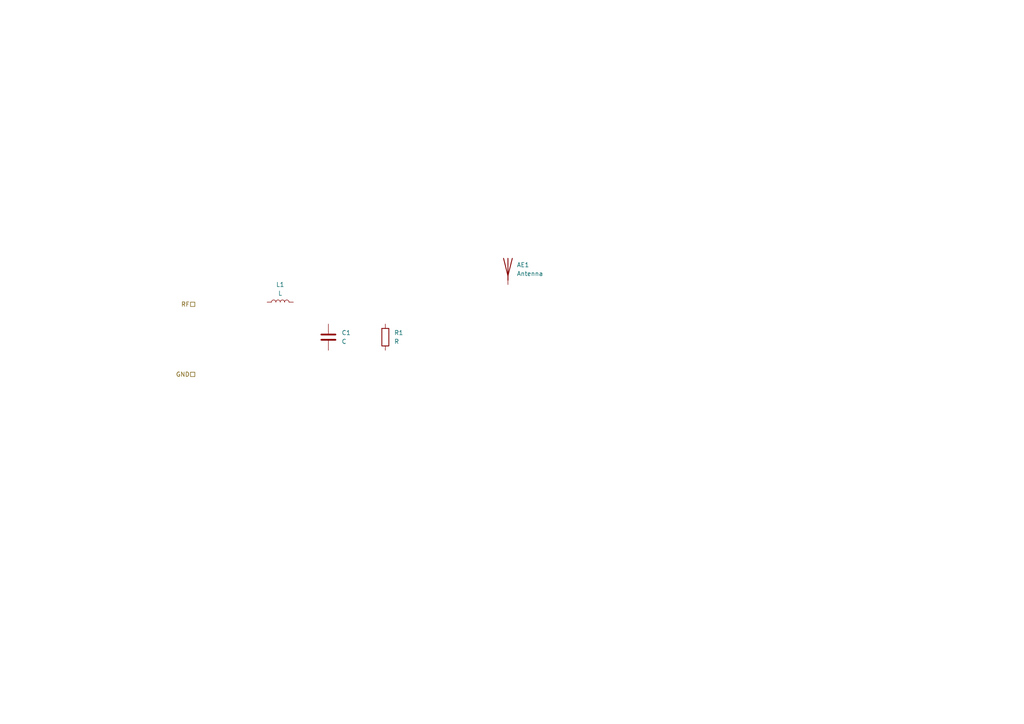
<source format=kicad_sch>
(kicad_sch (version 20230121) (generator eeschema)

  (uuid 276e9270-1ac9-4e3f-b1d9-0cbd51ddd27f)

  (paper "A4")

  (title_block
    (rev "0.1")
    (company "Németh Péter Bence")
    (comment 1 "Kandó Kálmán Villamosmérnöki Kar")
    (comment 2 "Óbudai Egyetem")
  )

  (lib_symbols
    (symbol "Device:Antenna" (pin_numbers hide) (pin_names (offset 1.016) hide) (in_bom yes) (on_board yes)
      (property "Reference" "AE" (at -1.905 1.905 0)
        (effects (font (size 1.27 1.27)) (justify right))
      )
      (property "Value" "Antenna" (at -1.905 0 0)
        (effects (font (size 1.27 1.27)) (justify right))
      )
      (property "Footprint" "" (at 0 0 0)
        (effects (font (size 1.27 1.27)) hide)
      )
      (property "Datasheet" "~" (at 0 0 0)
        (effects (font (size 1.27 1.27)) hide)
      )
      (property "ki_keywords" "antenna" (at 0 0 0)
        (effects (font (size 1.27 1.27)) hide)
      )
      (property "ki_description" "Antenna" (at 0 0 0)
        (effects (font (size 1.27 1.27)) hide)
      )
      (symbol "Antenna_0_1"
        (polyline
          (pts
            (xy 0 2.54)
            (xy 0 -3.81)
          )
          (stroke (width 0.254) (type default))
          (fill (type none))
        )
        (polyline
          (pts
            (xy 1.27 2.54)
            (xy 0 -2.54)
            (xy -1.27 2.54)
          )
          (stroke (width 0.254) (type default))
          (fill (type none))
        )
      )
      (symbol "Antenna_1_1"
        (pin input line (at 0 -5.08 90) (length 2.54)
          (name "A" (effects (font (size 1.27 1.27))))
          (number "1" (effects (font (size 1.27 1.27))))
        )
      )
    )
    (symbol "Device:C" (pin_numbers hide) (pin_names (offset 0.254)) (in_bom yes) (on_board yes)
      (property "Reference" "C" (at 0.635 2.54 0)
        (effects (font (size 1.27 1.27)) (justify left))
      )
      (property "Value" "C" (at 0.635 -2.54 0)
        (effects (font (size 1.27 1.27)) (justify left))
      )
      (property "Footprint" "" (at 0.9652 -3.81 0)
        (effects (font (size 1.27 1.27)) hide)
      )
      (property "Datasheet" "~" (at 0 0 0)
        (effects (font (size 1.27 1.27)) hide)
      )
      (property "ki_keywords" "cap capacitor" (at 0 0 0)
        (effects (font (size 1.27 1.27)) hide)
      )
      (property "ki_description" "Unpolarized capacitor" (at 0 0 0)
        (effects (font (size 1.27 1.27)) hide)
      )
      (property "ki_fp_filters" "C_*" (at 0 0 0)
        (effects (font (size 1.27 1.27)) hide)
      )
      (symbol "C_0_1"
        (polyline
          (pts
            (xy -2.032 -0.762)
            (xy 2.032 -0.762)
          )
          (stroke (width 0.508) (type default))
          (fill (type none))
        )
        (polyline
          (pts
            (xy -2.032 0.762)
            (xy 2.032 0.762)
          )
          (stroke (width 0.508) (type default))
          (fill (type none))
        )
      )
      (symbol "C_1_1"
        (pin passive line (at 0 3.81 270) (length 2.794)
          (name "~" (effects (font (size 1.27 1.27))))
          (number "1" (effects (font (size 1.27 1.27))))
        )
        (pin passive line (at 0 -3.81 90) (length 2.794)
          (name "~" (effects (font (size 1.27 1.27))))
          (number "2" (effects (font (size 1.27 1.27))))
        )
      )
    )
    (symbol "Device:L" (pin_numbers hide) (pin_names (offset 1.016) hide) (in_bom yes) (on_board yes)
      (property "Reference" "L" (at -1.27 0 90)
        (effects (font (size 1.27 1.27)))
      )
      (property "Value" "L" (at 1.905 0 90)
        (effects (font (size 1.27 1.27)))
      )
      (property "Footprint" "" (at 0 0 0)
        (effects (font (size 1.27 1.27)) hide)
      )
      (property "Datasheet" "~" (at 0 0 0)
        (effects (font (size 1.27 1.27)) hide)
      )
      (property "ki_keywords" "inductor choke coil reactor magnetic" (at 0 0 0)
        (effects (font (size 1.27 1.27)) hide)
      )
      (property "ki_description" "Inductor" (at 0 0 0)
        (effects (font (size 1.27 1.27)) hide)
      )
      (property "ki_fp_filters" "Choke_* *Coil* Inductor_* L_*" (at 0 0 0)
        (effects (font (size 1.27 1.27)) hide)
      )
      (symbol "L_0_1"
        (arc (start 0 -2.54) (mid 0.6323 -1.905) (end 0 -1.27)
          (stroke (width 0) (type default))
          (fill (type none))
        )
        (arc (start 0 -1.27) (mid 0.6323 -0.635) (end 0 0)
          (stroke (width 0) (type default))
          (fill (type none))
        )
        (arc (start 0 0) (mid 0.6323 0.635) (end 0 1.27)
          (stroke (width 0) (type default))
          (fill (type none))
        )
        (arc (start 0 1.27) (mid 0.6323 1.905) (end 0 2.54)
          (stroke (width 0) (type default))
          (fill (type none))
        )
      )
      (symbol "L_1_1"
        (pin passive line (at 0 3.81 270) (length 1.27)
          (name "1" (effects (font (size 1.27 1.27))))
          (number "1" (effects (font (size 1.27 1.27))))
        )
        (pin passive line (at 0 -3.81 90) (length 1.27)
          (name "2" (effects (font (size 1.27 1.27))))
          (number "2" (effects (font (size 1.27 1.27))))
        )
      )
    )
    (symbol "Device:R" (pin_numbers hide) (pin_names (offset 0)) (in_bom yes) (on_board yes)
      (property "Reference" "R" (at 2.032 0 90)
        (effects (font (size 1.27 1.27)))
      )
      (property "Value" "R" (at 0 0 90)
        (effects (font (size 1.27 1.27)))
      )
      (property "Footprint" "" (at -1.778 0 90)
        (effects (font (size 1.27 1.27)) hide)
      )
      (property "Datasheet" "~" (at 0 0 0)
        (effects (font (size 1.27 1.27)) hide)
      )
      (property "ki_keywords" "R res resistor" (at 0 0 0)
        (effects (font (size 1.27 1.27)) hide)
      )
      (property "ki_description" "Resistor" (at 0 0 0)
        (effects (font (size 1.27 1.27)) hide)
      )
      (property "ki_fp_filters" "R_*" (at 0 0 0)
        (effects (font (size 1.27 1.27)) hide)
      )
      (symbol "R_0_1"
        (rectangle (start -1.016 -2.54) (end 1.016 2.54)
          (stroke (width 0.254) (type default))
          (fill (type none))
        )
      )
      (symbol "R_1_1"
        (pin passive line (at 0 3.81 270) (length 1.27)
          (name "~" (effects (font (size 1.27 1.27))))
          (number "1" (effects (font (size 1.27 1.27))))
        )
        (pin passive line (at 0 -3.81 90) (length 1.27)
          (name "~" (effects (font (size 1.27 1.27))))
          (number "2" (effects (font (size 1.27 1.27))))
        )
      )
    )
  )


  (hierarchical_label "GND" (shape passive) (at 56.515 108.585 180) (fields_autoplaced)
    (effects (font (size 1.27 1.27)) (justify right))
    (uuid 5cf6ad5b-f3c0-4b52-ad81-b33f68f1a5fc)
  )
  (hierarchical_label "RF" (shape passive) (at 56.515 88.265 180) (fields_autoplaced)
    (effects (font (size 1.27 1.27)) (justify right))
    (uuid bf599ae3-9414-4555-a7c7-0f10cc37ead9)
  )

  (symbol (lib_id "Device:R") (at 111.76 97.79 180) (unit 1)
    (in_bom yes) (on_board yes) (dnp no) (fields_autoplaced)
    (uuid 241eaea0-ad43-4899-9e10-c88d668b8d1a)
    (property "Reference" "R1" (at 114.3 96.52 0)
      (effects (font (size 1.27 1.27)) (justify right))
    )
    (property "Value" "R" (at 114.3 99.06 0)
      (effects (font (size 1.27 1.27)) (justify right))
    )
    (property "Footprint" "" (at 113.538 97.79 90)
      (effects (font (size 1.27 1.27)) hide)
    )
    (property "Datasheet" "~" (at 111.76 97.79 0)
      (effects (font (size 1.27 1.27)) hide)
    )
    (pin "2" (uuid 0b7ffd12-430f-4a2a-a6be-19d3036ccde5))
    (pin "1" (uuid c10e9910-2a76-4d66-8c69-1a945055fa20))
    (instances
      (project "NB_IoT_Wheather"
        (path "/b43fc418-fc2e-45fe-88c6-05be9d7ccc47/c2c92d28-d241-4b5d-9de8-ec19aed97720"
          (reference "R1") (unit 1)
        )
      )
    )
  )

  (symbol (lib_id "Device:Antenna") (at 147.32 77.47 0) (unit 1)
    (in_bom yes) (on_board yes) (dnp no) (fields_autoplaced)
    (uuid 531abb9e-2e7e-45b7-bf96-dd21e971d091)
    (property "Reference" "AE1" (at 149.86 76.835 0)
      (effects (font (size 1.27 1.27)) (justify left))
    )
    (property "Value" "Antenna" (at 149.86 79.375 0)
      (effects (font (size 1.27 1.27)) (justify left))
    )
    (property "Footprint" "" (at 147.32 77.47 0)
      (effects (font (size 1.27 1.27)) hide)
    )
    (property "Datasheet" "~" (at 147.32 77.47 0)
      (effects (font (size 1.27 1.27)) hide)
    )
    (pin "1" (uuid 00a23d1b-a2c7-4b12-841d-32bfdd70f642))
    (instances
      (project "NB_IoT_Wheather"
        (path "/b43fc418-fc2e-45fe-88c6-05be9d7ccc47/c2c92d28-d241-4b5d-9de8-ec19aed97720"
          (reference "AE1") (unit 1)
        )
      )
    )
  )

  (symbol (lib_id "Device:C") (at 95.25 97.79 0) (unit 1)
    (in_bom yes) (on_board yes) (dnp no) (fields_autoplaced)
    (uuid 78b8dc9c-6114-4382-8dc9-56ddb48b6773)
    (property "Reference" "C1" (at 99.06 96.52 0)
      (effects (font (size 1.27 1.27)) (justify left))
    )
    (property "Value" "C" (at 99.06 99.06 0)
      (effects (font (size 1.27 1.27)) (justify left))
    )
    (property "Footprint" "" (at 96.2152 101.6 0)
      (effects (font (size 1.27 1.27)) hide)
    )
    (property "Datasheet" "~" (at 95.25 97.79 0)
      (effects (font (size 1.27 1.27)) hide)
    )
    (pin "1" (uuid 0330e21a-102f-4bad-80dd-f4b7c9d3ff13))
    (pin "2" (uuid 34929b09-b880-4731-aa18-44a7b236421b))
    (instances
      (project "NB_IoT_Wheather"
        (path "/b43fc418-fc2e-45fe-88c6-05be9d7ccc47/c2c92d28-d241-4b5d-9de8-ec19aed97720"
          (reference "C1") (unit 1)
        )
      )
    )
  )

  (symbol (lib_id "Device:L") (at 81.28 87.63 90) (unit 1)
    (in_bom yes) (on_board yes) (dnp no) (fields_autoplaced)
    (uuid ac1358b3-eb6d-4be8-9438-a561855b4c48)
    (property "Reference" "L1" (at 81.28 82.55 90)
      (effects (font (size 1.27 1.27)))
    )
    (property "Value" "L" (at 81.28 85.09 90)
      (effects (font (size 1.27 1.27)))
    )
    (property "Footprint" "" (at 81.28 87.63 0)
      (effects (font (size 1.27 1.27)) hide)
    )
    (property "Datasheet" "~" (at 81.28 87.63 0)
      (effects (font (size 1.27 1.27)) hide)
    )
    (pin "1" (uuid 2607cff2-60d4-4c8e-8e41-1115bef24ff0))
    (pin "2" (uuid 74bf0bfa-7e0c-4660-ba41-3f9c1c2d17fc))
    (instances
      (project "NB_IoT_Wheather"
        (path "/b43fc418-fc2e-45fe-88c6-05be9d7ccc47/c2c92d28-d241-4b5d-9de8-ec19aed97720"
          (reference "L1") (unit 1)
        )
      )
    )
  )
)

</source>
